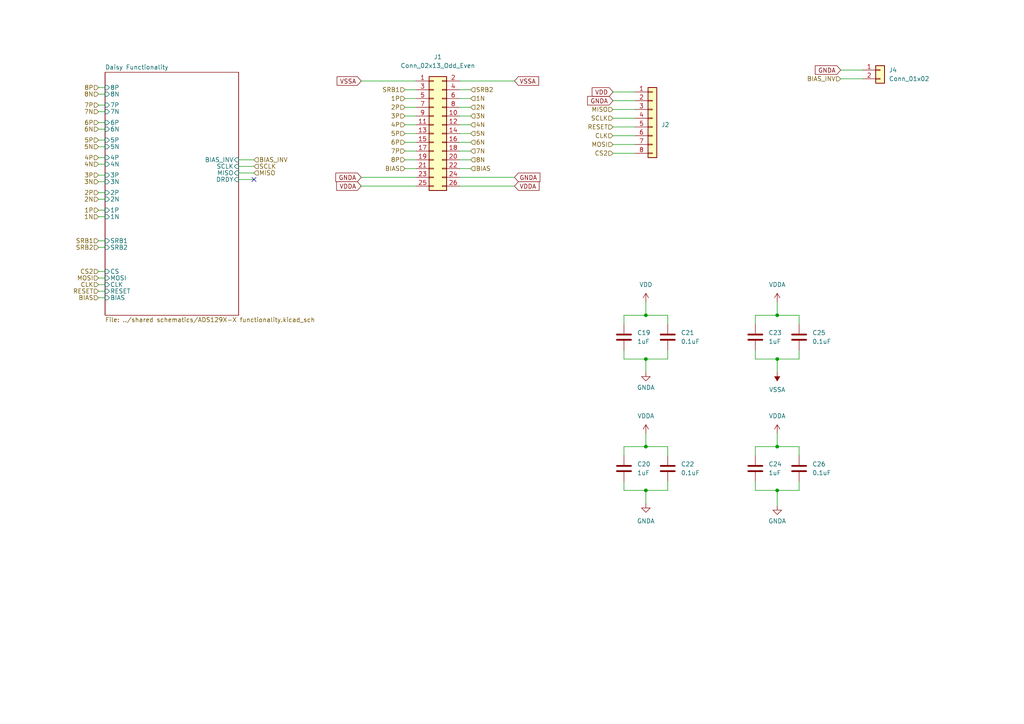
<source format=kicad_sch>
(kicad_sch (version 20230121) (generator eeschema)
  (paper "A4")
  (title_block (date "2023-01-05") (rev "A") (company "Brain-4ce"))
  (lib_symbols
    (symbol "Connector_Generic:Conn_01x02" (pin_names (offset 1.016) hide)
      (property "Reference" "J" (at 0 2.54 0))
      (property "Value" "Conn_01x02" (at 0 -5.08 0))
      (symbol "Conn_01x02_1_1"
        (rectangle (start -1.27 -2.413) (end 0 -2.667) (stroke (width 0.1524)))
        (rectangle (start -1.27 0.127) (end 0 -0.127) (stroke (width 0.1524)))
        (rectangle (start -1.27 1.27) (end 1.27 -3.81) (stroke (width 0.254)) (fill (type background)))
        (pin passive line (at -5.08 0 0) (length 3.81) (name "Pin_1") (number "1"))
        (pin passive line (at -5.08 -2.54 0) (length 3.81) (name "Pin_2") (number "2"))
      )
    )
    (symbol "Connector_Generic:Conn_01x08" (pin_names (offset 1.016) hide)
      (property "Reference" "J" (at 0 10.16 0))
      (property "Value" "Conn_01x08" (at 0 -12.7 0))
      (symbol "Conn_01x08_1_1"
        (rectangle (start -1.27 -10.033) (end 0 -10.287) (stroke (width 0.1524)))
        (rectangle (start -1.27 -7.493) (end 0 -7.747) (stroke (width 0.1524)))
        (rectangle (start -1.27 -4.953) (end 0 -5.207) (stroke (width 0.1524)))
        (rectangle (start -1.27 -2.413) (end 0 -2.667) (stroke (width 0.1524)))
        (rectangle (start -1.27 0.127) (end 0 -0.127) (stroke (width 0.1524)))
        (rectangle (start -1.27 2.667) (end 0 2.413) (stroke (width 0.1524)))
        (rectangle (start -1.27 5.207) (end 0 4.953) (stroke (width 0.1524)))
        (rectangle (start -1.27 7.747) (end 0 7.493) (stroke (width 0.1524)))
        (rectangle (start -1.27 8.89) (end 1.27 -11.43) (stroke (width 0.254)) (fill (type background)))
        (pin passive line (at -5.08 7.62 0) (length 3.81) (name "Pin_1") (number "1"))
        (pin passive line (at -5.08 5.08 0) (length 3.81) (name "Pin_2") (number "2"))
        (pin passive line (at -5.08 2.54 0) (length 3.81) (name "Pin_3") (number "3"))
        (pin passive line (at -5.08 0 0) (length 3.81) (name "Pin_4") (number "4"))
        (pin passive line (at -5.08 -2.54 0) (length 3.81) (name "Pin_5") (number "5"))
        (pin passive line (at -5.08 -5.08 0) (length 3.81) (name "Pin_6") (number "6"))
        (pin passive line (at -5.08 -7.62 0) (length 3.81) (name "Pin_7") (number "7"))
        (pin passive line (at -5.08 -10.16 0) (length 3.81) (name "Pin_8") (number "8"))
      )
    )
    (symbol "Connector_Generic:Conn_02x13_Odd_Even" (pin_names (offset 1.016) hide)
      (property "Reference" "J" (at 1.27 17.78 0))
      (property "Value" "Conn_02x13_Odd_Even" (at 1.27 -17.78 0))
      (symbol "Conn_02x13_Odd_Even_1_1"
        (rectangle (start -1.27 -15.113) (end 0 -15.367) (stroke (width 0.1524)))
        (rectangle (start -1.27 -12.573) (end 0 -12.827) (stroke (width 0.1524)))
        (rectangle (start -1.27 -10.033) (end 0 -10.287) (stroke (width 0.1524)))
        (rectangle (start -1.27 -7.493) (end 0 -7.747) (stroke (width 0.1524)))
        (rectangle (start -1.27 -4.953) (end 0 -5.207) (stroke (width 0.1524)))
        (rectangle (start -1.27 -2.413) (end 0 -2.667) (stroke (width 0.1524)))
        (rectangle (start -1.27 0.127) (end 0 -0.127) (stroke (width 0.1524)))
        (rectangle (start -1.27 2.667) (end 0 2.413) (stroke (width 0.1524)))
        (rectangle (start -1.27 5.207) (end 0 4.953) (stroke (width 0.1524)))
        (rectangle (start -1.27 7.747) (end 0 7.493) (stroke (width 0.1524)))
        (rectangle (start -1.27 10.287) (end 0 10.033) (stroke (width 0.1524)))
        (rectangle (start -1.27 12.827) (end 0 12.573) (stroke (width 0.1524)))
        (rectangle (start -1.27 15.367) (end 0 15.113) (stroke (width 0.1524)))
        (rectangle (start -1.27 16.51) (end 3.81 -16.51) (stroke (width 0.254)) (fill (type background)))
        (rectangle (start 3.81 -15.113) (end 2.54 -15.367) (stroke (width 0.1524)))
        (rectangle (start 3.81 -12.573) (end 2.54 -12.827) (stroke (width 0.1524)))
        (rectangle (start 3.81 -10.033) (end 2.54 -10.287) (stroke (width 0.1524)))
        (rectangle (start 3.81 -7.493) (end 2.54 -7.747) (stroke (width 0.1524)))
        (rectangle (start 3.81 -4.953) (end 2.54 -5.207) (stroke (width 0.1524)))
        (rectangle (start 3.81 -2.413) (end 2.54 -2.667) (stroke (width 0.1524)))
        (rectangle (start 3.81 0.127) (end 2.54 -0.127) (stroke (width 0.1524)))
        (rectangle (start 3.81 2.667) (end 2.54 2.413) (stroke (width 0.1524)))
        (rectangle (start 3.81 5.207) (end 2.54 4.953) (stroke (width 0.1524)))
        (rectangle (start 3.81 7.747) (end 2.54 7.493) (stroke (width 0.1524)))
        (rectangle (start 3.81 10.287) (end 2.54 10.033) (stroke (width 0.1524)))
        (rectangle (start 3.81 12.827) (end 2.54 12.573) (stroke (width 0.1524)))
        (rectangle (start 3.81 15.367) (end 2.54 15.113) (stroke (width 0.1524)))
        (pin passive line (at -5.08 15.24 0) (length 3.81) (name "Pin_1") (number "1"))
        (pin passive line (at 7.62 5.08 180) (length 3.81) (name "Pin_10") (number "10"))
        (pin passive line (at -5.08 2.54 0) (length 3.81) (name "Pin_11") (number "11"))
        (pin passive line (at 7.62 2.54 180) (length 3.81) (name "Pin_12") (number "12"))
        (pin passive line (at -5.08 0 0) (length 3.81) (name "Pin_13") (number "13"))
        (pin passive line (at 7.62 0 180) (length 3.81) (name "Pin_14") (number "14"))
        (pin passive line (at -5.08 -2.54 0) (length 3.81) (name "Pin_15") (number "15"))
        (pin passive line (at 7.62 -2.54 180) (length 3.81) (name "Pin_16") (number "16"))
        (pin passive line (at -5.08 -5.08 0) (length 3.81) (name "Pin_17") (number "17"))
        (pin passive line (at 7.62 -5.08 180) (length 3.81) (name "Pin_18") (number "18"))
        (pin passive line (at -5.08 -7.62 0) (length 3.81) (name "Pin_19") (number "19"))
        (pin passive line (at 7.62 15.24 180) (length 3.81) (name "Pin_2") (number "2"))
        (pin passive line (at 7.62 -7.62 180) (length 3.81) (name "Pin_20") (number "20"))
        (pin passive line (at -5.08 -10.16 0) (length 3.81) (name "Pin_21") (number "21"))
        (pin passive line (at 7.62 -10.16 180) (length 3.81) (name "Pin_22") (number "22"))
        (pin passive line (at -5.08 -12.7 0) (length 3.81) (name "Pin_23") (number "23"))
        (pin passive line (at 7.62 -12.7 180) (length 3.81) (name "Pin_24") (number "24"))
        (pin passive line (at -5.08 -15.24 0) (length 3.81) (name "Pin_25") (number "25"))
        (pin passive line (at 7.62 -15.24 180) (length 3.81) (name "Pin_26") (number "26"))
        (pin passive line (at -5.08 12.7 0) (length 3.81) (name "Pin_3") (number "3"))
        (pin passive line (at 7.62 12.7 180) (length 3.81) (name "Pin_4") (number "4"))
        (pin passive line (at -5.08 10.16 0) (length 3.81) (name "Pin_5") (number "5"))
        (pin passive line (at 7.62 10.16 180) (length 3.81) (name "Pin_6") (number "6"))
        (pin passive line (at -5.08 7.62 0) (length 3.81) (name "Pin_7") (number "7"))
        (pin passive line (at 7.62 7.62 180) (length 3.81) (name "Pin_8") (number "8"))
        (pin passive line (at -5.08 5.08 0) (length 3.81) (name "Pin_9") (number "9"))
      )
    )
    (symbol "Device:C" (pin_numbers hide) (pin_names (offset 0.254))
      (property "Reference" "C" (at 0.635 2.54 0))
      (property "Value" "C" (at 0.635 -2.54 0))
      (symbol "C_0_1"
        (polyline (pts (xy -2.032 -0.762) (xy 2.032 -0.762)) (stroke (width 0.508)))
        (polyline (pts (xy -2.032 0.762) (xy 2.032 0.762)) (stroke (width 0.508)))
      )
      (symbol "C_1_1"
        (pin passive line (at 0 3.81 270) (length 2.794) (name "~") (number "1"))
        (pin passive line (at 0 -3.81 90) (length 2.794) (name "~") (number "2"))
      )
    )
    (symbol "power:GNDA" (power) (pin_names (offset 0))
      (property "Value" "GNDA" (at 0 -3.81 0))
      (symbol "GNDA_0_1"
        (polyline (pts (xy 0 0) (xy 0 -1.27) (xy 1.27 -1.27) (xy 0 -2.54) (xy -1.27 -1.27) (xy 0 -1.27)))
      )
      (symbol "GNDA_1_1"
        (pin power_in line (at 0 0 270) (length 0) hide (name "GNDA") (number "1"))
      )
    )
    (symbol "power:VDD" (power) (pin_names (offset 0))
      (property "Value" "VDD" (at 0 3.81 0))
      (symbol "VDD_0_1"
        (polyline (pts (xy -0.762 1.27) (xy 0 2.54)))
        (polyline (pts (xy 0 0) (xy 0 2.54)))
        (polyline (pts (xy 0 2.54) (xy 0.762 1.27)))
      )
      (symbol "VDD_1_1"
        (pin power_in line (at 0 0 90) (length 0) hide (name "VDD") (number "1"))
      )
    )
    (symbol "power:VDDA" (power) (pin_names (offset 0))
      (property "Value" "VDDA" (at 0 3.81 0))
      (symbol "VDDA_0_1"
        (polyline (pts (xy -0.762 1.27) (xy 0 2.54)))
        (polyline (pts (xy 0 0) (xy 0 2.54)))
        (polyline (pts (xy 0 2.54) (xy 0.762 1.27)))
      )
      (symbol "VDDA_1_1"
        (pin power_in line (at 0 0 90) (length 0) hide (name "VDDA") (number "1"))
      )
    )
    (symbol "power:VSSA" (power) (pin_names (offset 0))
      (property "Value" "VSSA" (at 0 3.81 0))
      (symbol "VSSA_0_1"
        (polyline (pts (xy 0 0) (xy 0 2.54)))
        (polyline (pts (xy 0.762 1.27) (xy -0.762 1.27) (xy 0 2.54) (xy 0.762 1.27)) (fill (type outline)))
      )
      (symbol "VSSA_1_1"
        (pin power_in line (at 0 0 90) (length 0) hide (name "VSSA") (number "1"))
      )
    )
  )
  (junction (at 225.425 129.54))
  (junction (at 187.325 104.14))
  (junction (at 225.425 104.14))
  (junction (at 225.425 142.24))
  (junction (at 225.425 91.44))
  (junction (at 187.325 91.44))
  (junction (at 187.325 129.54))
  (junction (at 187.325 142.24))
  (no_connect (at 73.66 52.07))
  (wire (pts (xy 180.975 142.24) (xy 187.325 142.24)))
  (wire (pts (xy 136.525 31.115) (xy 133.35 31.115)))
  (wire (pts (xy 243.84 20.32) (xy 250.19 20.32)))
  (wire (pts (xy 193.675 142.24) (xy 193.675 139.7)))
  (wire (pts (xy 225.425 104.14) (xy 231.775 104.14)))
  (wire (pts (xy 225.425 91.44) (xy 231.775 91.44)))
  (wire (pts (xy 177.8 39.37) (xy 184.15 39.37)))
  (wire (pts (xy 28.575 62.865) (xy 30.48 62.865)))
  (wire (pts (xy 219.075 104.14) (xy 225.425 104.14)))
  (wire (pts (xy 28.575 45.72) (xy 30.48 45.72)))
  (wire (pts (xy 177.8 44.45) (xy 184.15 44.45)))
  (wire (pts (xy 180.975 101.6) (xy 180.975 104.14)))
  (wire (pts (xy 180.975 139.7) (xy 180.975 142.24)))
  (wire (pts (xy 219.075 91.44) (xy 225.425 91.44)))
  (wire (pts (xy 225.425 129.54) (xy 231.775 129.54)))
  (wire (pts (xy 149.225 53.975) (xy 133.35 53.975)))
  (wire (pts (xy 69.215 52.07) (xy 73.66 52.07)))
  (wire (pts (xy 120.65 51.435) (xy 104.775 51.435)))
  (wire (pts (xy 219.075 142.24) (xy 225.425 142.24)))
  (wire (pts (xy 187.325 142.24) (xy 193.675 142.24)))
  (wire (pts (xy 136.525 43.815) (xy 133.35 43.815)))
  (wire (pts (xy 231.775 142.24) (xy 231.775 139.7)))
  (wire (pts (xy 136.525 46.355) (xy 133.35 46.355)))
  (wire (pts (xy 177.8 26.67) (xy 184.15 26.67)))
  (wire (pts (xy 187.325 87.63) (xy 187.325 91.44)))
  (wire (pts (xy 180.975 91.44) (xy 187.325 91.44)))
  (wire (pts (xy 149.225 51.435) (xy 133.35 51.435)))
  (wire (pts (xy 180.975 132.08) (xy 180.975 129.54)))
  (wire (pts (xy 28.575 78.74) (xy 30.48 78.74)))
  (wire (pts (xy 117.475 38.735) (xy 120.65 38.735)))
  (wire (pts (xy 219.075 139.7) (xy 219.075 142.24)))
  (wire (pts (xy 28.575 57.785) (xy 30.48 57.785)))
  (wire (pts (xy 117.475 41.275) (xy 120.65 41.275)))
  (wire (pts (xy 225.425 142.24) (xy 231.775 142.24)))
  (wire (pts (xy 117.475 46.355) (xy 120.65 46.355)))
  (wire (pts (xy 187.325 125.73) (xy 187.325 129.54)))
  (wire (pts (xy 117.475 36.195) (xy 120.65 36.195)))
  (wire (pts (xy 28.575 50.8) (xy 30.48 50.8)))
  (wire (pts (xy 117.475 33.655) (xy 120.65 33.655)))
  (wire (pts (xy 28.575 35.56) (xy 30.48 35.56)))
  (wire (pts (xy 117.475 26.035) (xy 120.65 26.035)))
  (wire (pts (xy 187.325 142.24) (xy 187.325 146.05)))
  (wire (pts (xy 28.575 30.48) (xy 30.48 30.48)))
  (wire (pts (xy 180.975 129.54) (xy 187.325 129.54)))
  (wire (pts (xy 219.075 101.6) (xy 219.075 104.14)))
  (wire (pts (xy 136.525 36.195) (xy 133.35 36.195)))
  (wire (pts (xy 149.225 23.495) (xy 133.35 23.495)))
  (wire (pts (xy 219.075 93.98) (xy 219.075 91.44)))
  (wire (pts (xy 117.475 31.115) (xy 120.65 31.115)))
  (wire (pts (xy 225.425 87.63) (xy 225.425 91.44)))
  (wire (pts (xy 193.675 91.44) (xy 193.675 93.98)))
  (wire (pts (xy 180.975 93.98) (xy 180.975 91.44)))
  (wire (pts (xy 136.525 33.655) (xy 133.35 33.655)))
  (wire (pts (xy 28.575 52.705) (xy 30.48 52.705)))
  (wire (pts (xy 120.65 53.975) (xy 104.775 53.975)))
  (wire (pts (xy 117.475 48.895) (xy 120.65 48.895)))
  (wire (pts (xy 136.525 48.895) (xy 133.35 48.895)))
  (wire (pts (xy 28.575 84.455) (xy 30.48 84.455)))
  (wire (pts (xy 28.575 47.625) (xy 30.48 47.625)))
  (wire (pts (xy 187.325 91.44) (xy 193.675 91.44)))
  (wire (pts (xy 177.8 31.75) (xy 184.15 31.75)))
  (wire (pts (xy 28.575 32.385) (xy 30.48 32.385)))
  (wire (pts (xy 136.525 41.275) (xy 133.35 41.275)))
  (wire (pts (xy 193.675 129.54) (xy 193.675 132.08)))
  (wire (pts (xy 187.325 104.14) (xy 187.325 107.95)))
  (wire (pts (xy 225.425 125.73) (xy 225.425 129.54)))
  (wire (pts (xy 69.215 50.165) (xy 73.66 50.165)))
  (wire (pts (xy 177.8 29.21) (xy 184.15 29.21)))
  (wire (pts (xy 177.8 36.83) (xy 184.15 36.83)))
  (wire (pts (xy 28.575 80.645) (xy 30.48 80.645)))
  (wire (pts (xy 28.575 25.4) (xy 30.48 25.4)))
  (wire (pts (xy 136.525 26.035) (xy 133.35 26.035)))
  (wire (pts (xy 69.215 46.355) (xy 73.66 46.355)))
  (wire (pts (xy 28.575 71.755) (xy 30.48 71.755)))
  (wire (pts (xy 243.84 22.86) (xy 250.19 22.86)))
  (wire (pts (xy 28.575 40.64) (xy 30.48 40.64)))
  (wire (pts (xy 225.425 142.24) (xy 225.425 146.685)))
  (wire (pts (xy 225.425 104.14) (xy 225.425 107.95)))
  (wire (pts (xy 136.525 28.575) (xy 133.35 28.575)))
  (wire (pts (xy 231.775 91.44) (xy 231.775 93.98)))
  (wire (pts (xy 28.575 60.96) (xy 30.48 60.96)))
  (wire (pts (xy 177.8 34.29) (xy 184.15 34.29)))
  (wire (pts (xy 117.475 28.575) (xy 120.65 28.575)))
  (wire (pts (xy 187.325 129.54) (xy 193.675 129.54)))
  (wire (pts (xy 219.075 132.08) (xy 219.075 129.54)))
  (wire (pts (xy 28.575 69.85) (xy 30.48 69.85)))
  (wire (pts (xy 28.575 55.88) (xy 30.48 55.88)))
  (wire (pts (xy 28.575 42.545) (xy 30.48 42.545)))
  (wire (pts (xy 28.575 86.36) (xy 30.48 86.36)))
  (wire (pts (xy 69.215 48.26) (xy 73.66 48.26)))
  (wire (pts (xy 187.325 104.14) (xy 193.675 104.14)))
  (wire (pts (xy 193.675 104.14) (xy 193.675 101.6)))
  (wire (pts (xy 177.8 41.91) (xy 184.15 41.91)))
  (wire (pts (xy 28.575 27.305) (xy 30.48 27.305)))
  (wire (pts (xy 117.475 43.815) (xy 120.65 43.815)))
  (wire (pts (xy 219.075 129.54) (xy 225.425 129.54)))
  (wire (pts (xy 136.525 38.735) (xy 133.35 38.735)))
  (wire (pts (xy 104.775 23.495) (xy 120.65 23.495)))
  (wire (pts (xy 231.775 129.54) (xy 231.775 132.08)))
  (wire (pts (xy 231.775 104.14) (xy 231.775 101.6)))
  (wire (pts (xy 28.575 37.465) (xy 30.48 37.465)))
  (wire (pts (xy 180.975 104.14) (xy 187.325 104.14)))
  (wire (pts (xy 28.575 82.55) (xy 30.48 82.55)))
  (global_label "VSSA" (shape input) (at 149.225 23.495 0) (property "Intersheetrefs" "${INTERSHEET_REFS}" (effects hide)))
  (global_label "VDDA" (shape input) (at 149.225 53.975 0) (property "Intersheetrefs" "${INTERSHEET_REFS}" (effects hide)))
  (global_label "GNDA" (shape input) (at 149.225 51.435 0) (property "Intersheetrefs" "${INTERSHEET_REFS}" (effects hide)))
  (global_label "VDDA" (shape input) (at 104.775 53.975 180) (property "Intersheetrefs" "${INTERSHEET_REFS}" (effects hide)))
  (global_label "GNDA" (shape input) (at 104.775 51.435 180) (property "Intersheetrefs" "${INTERSHEET_REFS}" (effects hide)))
  (global_label "VSSA" (shape input) (at 104.775 23.495 180) (property "Intersheetrefs" "${INTERSHEET_REFS}" (effects hide)))
  (global_label "GNDA" (shape input) (at 177.8 29.21 180) (property "Intersheetrefs" "${INTERSHEET_REFS}" (effects hide)))
  (global_label "VDD" (shape input) (at 177.8 26.67 180) (property "Intersheetrefs" "${INTERSHEET_REFS}" (effects hide)))
  (global_label "GNDA" (shape input) (at 243.84 20.32 180) (property "Intersheetrefs" "${INTERSHEET_REFS}" (effects hide)))
  (hierarchical_label "RESET" (shape input) (at 28.575 84.455 180))
  (hierarchical_label "2N" (shape input) (at 136.525 31.115 0))
  (hierarchical_label "MOSI" (shape input) (at 28.575 80.645 180))
  (hierarchical_label "MISO" (shape input) (at 73.66 50.165 0))
  (hierarchical_label "BIAS" (shape input) (at 117.475 48.895 180))
  (hierarchical_label "8N" (shape input) (at 136.525 46.355 0))
  (hierarchical_label "7P" (shape input) (at 28.575 30.48 180))
  (hierarchical_label "1P" (shape input) (at 117.475 28.575 180))
  (hierarchical_label "6N" (shape input) (at 28.575 37.465 180))
  (hierarchical_label "SRB1" (shape input) (at 28.575 69.85 180))
  (hierarchical_label "5P" (shape input) (at 28.575 40.64 180))
  (hierarchical_label "BIAS_INV" (shape input) (at 73.66 46.355 0))
  (hierarchical_label "5N" (shape input) (at 28.575 42.545 180))
  (hierarchical_label "MISO" (shape input) (at 177.8 31.75 180))
  (hierarchical_label "CS2" (shape input) (at 28.575 78.74 180))
  (hierarchical_label "2P" (shape input) (at 28.575 55.88 180))
  (hierarchical_label "CLK" (shape input) (at 28.575 82.55 180))
  (hierarchical_label "4P" (shape input) (at 117.475 36.195 180))
  (hierarchical_label "CS2" (shape input) (at 177.8 44.45 180))
  (hierarchical_label "1N" (shape input) (at 136.525 28.575 0))
  (hierarchical_label "6N" (shape input) (at 136.525 41.275 0))
  (hierarchical_label "6P" (shape input) (at 117.475 41.275 180))
  (hierarchical_label "1P" (shape input) (at 28.575 60.96 180))
  (hierarchical_label "BIAS_INV" (shape input) (at 243.84 22.86 180))
  (hierarchical_label "7P" (shape input) (at 117.475 43.815 180))
  (hierarchical_label "8P" (shape input) (at 117.475 46.355 180))
  (hierarchical_label "MOSI" (shape input) (at 177.8 41.91 180))
  (hierarchical_label "5P" (shape input) (at 117.475 38.735 180))
  (hierarchical_label "CLK" (shape input) (at 177.8 39.37 180))
  (hierarchical_label "BIAS" (shape input) (at 28.575 86.36 180))
  (hierarchical_label "4N" (shape input) (at 28.575 47.625 180))
  (hierarchical_label "4P" (shape input) (at 28.575 45.72 180))
  (hierarchical_label "SCLK" (shape input) (at 73.66 48.26 0))
  (hierarchical_label "3N" (shape input) (at 136.525 33.655 0))
  (hierarchical_label "5N" (shape input) (at 136.525 38.735 0))
  (hierarchical_label "SRB2" (shape input) (at 28.575 71.755 180))
  (hierarchical_label "2N" (shape input) (at 28.575 57.785 180))
  (hierarchical_label "6P" (shape input) (at 28.575 35.56 180))
  (hierarchical_label "1N" (shape input) (at 28.575 62.865 180))
  (hierarchical_label "SCLK" (shape input) (at 177.8 34.29 180))
  (hierarchical_label "2P" (shape input) (at 117.475 31.115 180))
  (hierarchical_label "8N" (shape input) (at 28.575 27.305 180))
  (hierarchical_label "SRB2" (shape input) (at 136.525 26.035 0))
  (hierarchical_label "RESET" (shape input) (at 177.8 36.83 180))
  (hierarchical_label "BIAS" (shape input) (at 136.525 48.895 0))
  (hierarchical_label "3P" (shape input) (at 28.575 50.8 180))
  (hierarchical_label "3P" (shape input) (at 117.475 33.655 180))
  (hierarchical_label "3N" (shape input) (at 28.575 52.705 180))
  (hierarchical_label "7N" (shape input) (at 136.525 43.815 0))
  (hierarchical_label "SRB1" (shape input) (at 117.475 26.035 180))
  (hierarchical_label "7N" (shape input) (at 28.575 32.385 180))
  (hierarchical_label "4N" (shape input) (at 136.525 36.195 0))
  (hierarchical_label "8P" (shape input) (at 28.575 25.4 180))
  (symbol (lib_id "power:GNDA") (at 187.325 146.05 0) (unit 1)
    (property "Reference" "#PWR04" (effects hide))
    (property "Value" "GNDA" (at 187.325 151.13 0))
  )
  (symbol (lib_id "power:GNDA") (at 225.425 146.685 0) (unit 1)
    (property "Reference" "#PWR08" (effects hide))
    (property "Value" "GNDA" (at 225.425 151.13 0))
  )
  (symbol (lib_id "power:VDDA") (at 187.325 125.73 0) (unit 1)
    (property "Reference" "#PWR03" (effects hide))
    (property "Value" "VDDA" (at 187.325 120.65 0))
  )
  (symbol (lib_id "Connector_Generic:Conn_01x02") (at 255.27 20.32 0) (unit 1)
    (property "Reference" "J4" (at 257.81 20.3199 0) (effects (justify left)))
    (property "Value" "Conn_01x02" (at 257.81 22.8599 0) (effects (justify left)))
    (property "Footprint" "Connector_PinSocket_2.54mm:PinSocket_1x02_P2.54mm_Vertical" (effects hide))
  )
  (symbol (lib_id "power:VDD") (at 187.325 87.63 0) (unit 1)
    (property "Reference" "#PWR01" (effects hide))
    (property "Value" "VDD" (at 187.325 82.55 0))
  )
  (symbol (lib_id "Device:C") (at 193.675 135.89 0) (unit 1)
    (property "Reference" "C22" (at 197.485 134.6199 0) (effects (justify left)))
    (property "Value" "0.1uF" (at 197.485 137.1599 0) (effects (justify left)))
    (property "Footprint" "Capacitor_SMD:C_0402_1005Metric" (effects hide))
  )
  (symbol (lib_id "Connector_Generic:Conn_01x08") (at 189.23 34.29 0) (unit 1)
    (property "Reference" "J2" (at 191.77 36.195 0) (effects (justify left)))
    (property "Value" "Conn_01x08" (effects hide))
    (property "Footprint" "Connector_PinSocket_2.54mm:PinSocket_1x08_P2.54mm_Vertical" (effects hide))
  )
  (symbol (lib_id "Device:C") (at 231.775 135.89 0) (unit 1)
    (property "Reference" "C26" (at 235.585 134.6199 0) (effects (justify left)))
    (property "Value" "0.1uF" (at 235.585 137.1599 0) (effects (justify left)))
    (property "Footprint" "Capacitor_SMD:C_0402_1005Metric" (effects hide))
  )
  (symbol (lib_id "power:GNDA") (at 187.325 107.95 0) (unit 1)
    (property "Reference" "#PWR02" (effects hide))
    (property "Value" "GNDA" (at 187.325 112.395 0))
  )
  (symbol (lib_id "Device:C") (at 219.075 97.79 0) (unit 1)
    (property "Reference" "C23" (at 222.885 96.5199 0) (effects (justify left)))
    (property "Value" "1uF" (at 222.885 99.0599 0) (effects (justify left)))
    (property "Footprint" "Capacitor_SMD:C_0402_1005Metric" (effects hide))
  )
  (symbol (lib_id "Device:C") (at 193.675 97.79 0) (unit 1)
    (property "Reference" "C21" (at 197.485 96.5199 0) (effects (justify left)))
    (property "Value" "0.1uF" (at 197.485 99.0599 0) (effects (justify left)))
    (property "Footprint" "Capacitor_SMD:C_0402_1005Metric" (effects hide))
  )
  (symbol (lib_id "power:VDDA") (at 225.425 87.63 0) (unit 1)
    (property "Reference" "#PWR05" (effects hide))
    (property "Value" "VDDA" (at 225.425 82.55 0))
  )
  (symbol (lib_id "power:VDDA") (at 225.425 125.73 0) (unit 1)
    (property "Reference" "#PWR07" (effects hide))
    (property "Value" "VDDA" (at 225.425 120.65 0))
  )
  (symbol (lib_id "Device:C") (at 180.975 97.79 0) (unit 1)
    (property "Reference" "C19" (at 184.785 96.5199 0) (effects (justify left)))
    (property "Value" "1uF" (at 184.785 99.0599 0) (effects (justify left)))
    (property "Footprint" "Capacitor_SMD:C_0402_1005Metric" (effects hide))
  )
  (symbol (lib_id "Connector_Generic:Conn_02x13_Odd_Even") (at 125.73 38.735 0) (unit 1)
    (property "Reference" "J1" (at 127 16.51 0))
    (property "Value" "Conn_02x13_Odd_Even" (at 127 19.05 0))
    (property "Footprint" "Connector_PinHeader_2.54mm:PinHeader_2x13_P2.54mm_Horizontal" (effects hide))
  )
  (symbol (lib_id "Device:C") (at 219.075 135.89 0) (unit 1)
    (property "Reference" "C24" (at 222.885 134.6199 0) (effects (justify left)))
    (property "Value" "1uF" (at 222.885 137.1599 0) (effects (justify left)))
    (property "Footprint" "Capacitor_SMD:C_0402_1005Metric" (effects hide))
  )
  (symbol (lib_id "power:VSSA") (at 225.425 107.95 180) (unit 1)
    (property "Reference" "#PWR06" (effects hide))
    (property "Value" "VSSA" (at 225.425 113.03 0))
  )
  (symbol (lib_id "Device:C") (at 231.775 97.79 0) (unit 1)
    (property "Reference" "C25" (at 235.585 96.5199 0) (effects (justify left)))
    (property "Value" "0.1uF" (at 235.585 99.0599 0) (effects (justify left)))
    (property "Footprint" "Capacitor_SMD:C_0402_1005Metric" (effects hide))
  )
  (symbol (lib_id "Device:C") (at 180.975 135.89 0) (unit 1)
    (property "Reference" "C20" (at 184.785 134.6199 0) (effects (justify left)))
    (property "Value" "1uF" (at 184.785 137.1599 0) (effects (justify left)))
    (property "Footprint" "Capacitor_SMD:C_0402_1005Metric" (effects hide))
  )
  (sheet (at 30.48 20.955) (size 38.735 70.485) (stroke (width 0.1524))
    (property "Sheetname" "Daisy Functionality" (at 30.48 20.2434 0) (effects (justify left bottom)))
    (property "Sheetfile" "../shared schematics/ADS129X-X functionality.kicad_sch" (at 30.48 92.0246 0) (effects (justify left top)))
    (pin "BIAS" input (at 30.48 86.36 180))
    (pin "5N" input (at 30.48 42.545 180))
    (pin "7N" input (at 30.48 32.385 180))
    (pin "6N" input (at 30.48 37.465 180))
    (pin "7P" input (at 30.48 30.48 180))
    (pin "6P" input (at 30.48 35.56 180))
    (pin "4N" input (at 30.48 47.625 180))
    (pin "5P" input (at 30.48 40.64 180))
    (pin "8N" input (at 30.48 27.305 180))
    (pin "8P" input (at 30.48 25.4 180))
    (pin "3N" input (at 30.48 52.705 180))
    (pin "1P" input (at 30.48 60.96 180))
    (pin "SRB2" input (at 30.48 71.755 180))
    (pin "1N" input (at 30.48 62.865 180))
    (pin "2N" input (at 30.48 57.785 180))
    (pin "SRB1" input (at 30.48 69.85 180))
    (pin "2P" input (at 30.48 55.88 180))
    (pin "3P" input (at 30.48 50.8 180))
    (pin "4P" input (at 30.48 45.72 180))
    (pin "BIAS_INV" input (at 69.215 46.355 0))
    (pin "MOSI" input (at 30.48 80.645 180))
    (pin "SCLK" input (at 69.215 48.26 0))
    (pin "CLK" input (at 30.48 82.55 180))
    (pin "RESET" input (at 30.48 84.455 180))
    (pin "CS" input (at 30.48 78.74 180))
    (pin "MISO" input (at 69.215 50.165 0))
    (pin "DRDY" input (at 69.215 52.07 0))
  )
)
</source>
